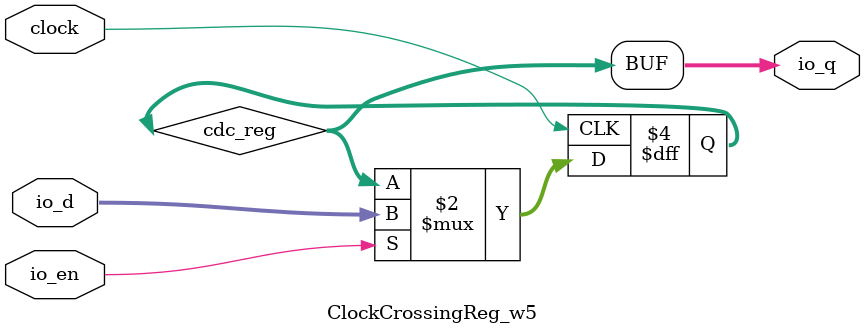
<source format=sv>
`ifndef RANDOMIZE
  `ifdef RANDOMIZE_REG_INIT
    `define RANDOMIZE
  `endif // RANDOMIZE_REG_INIT
`endif // not def RANDOMIZE
`ifndef RANDOMIZE
  `ifdef RANDOMIZE_MEM_INIT
    `define RANDOMIZE
  `endif // RANDOMIZE_MEM_INIT
`endif // not def RANDOMIZE

`ifndef RANDOM
  `define RANDOM $random
`endif // not def RANDOM

// Users can define 'PRINTF_COND' to add an extra gate to prints.
`ifndef PRINTF_COND_
  `ifdef PRINTF_COND
    `define PRINTF_COND_ (`PRINTF_COND)
  `else  // PRINTF_COND
    `define PRINTF_COND_ 1
  `endif // PRINTF_COND
`endif // not def PRINTF_COND_

// Users can define 'ASSERT_VERBOSE_COND' to add an extra gate to assert error printing.
`ifndef ASSERT_VERBOSE_COND_
  `ifdef ASSERT_VERBOSE_COND
    `define ASSERT_VERBOSE_COND_ (`ASSERT_VERBOSE_COND)
  `else  // ASSERT_VERBOSE_COND
    `define ASSERT_VERBOSE_COND_ 1
  `endif // ASSERT_VERBOSE_COND
`endif // not def ASSERT_VERBOSE_COND_

// Users can define 'STOP_COND' to add an extra gate to stop conditions.
`ifndef STOP_COND_
  `ifdef STOP_COND
    `define STOP_COND_ (`STOP_COND)
  `else  // STOP_COND
    `define STOP_COND_ 1
  `endif // STOP_COND
`endif // not def STOP_COND_

// Users can define INIT_RANDOM as general code that gets injected into the
// initializer block for modules with registers.
`ifndef INIT_RANDOM
  `define INIT_RANDOM
`endif // not def INIT_RANDOM

// If using random initialization, you can also define RANDOMIZE_DELAY to
// customize the delay used, otherwise 0.002 is used.
`ifndef RANDOMIZE_DELAY
  `define RANDOMIZE_DELAY 0.002
`endif // not def RANDOMIZE_DELAY

// Define INIT_RANDOM_PROLOG_ for use in our modules below.
`ifndef INIT_RANDOM_PROLOG_
  `ifdef RANDOMIZE
    `ifdef VERILATOR
      `define INIT_RANDOM_PROLOG_ `INIT_RANDOM
    `else  // VERILATOR
      `define INIT_RANDOM_PROLOG_ `INIT_RANDOM #`RANDOMIZE_DELAY begin end
    `endif // VERILATOR
  `else  // RANDOMIZE
    `define INIT_RANDOM_PROLOG_
  `endif // RANDOMIZE
`endif // not def INIT_RANDOM_PROLOG_

module ClockCrossingReg_w5(
  input        clock,
  input  [4:0] io_d,
  input        io_en,
  output [4:0] io_q
);

  reg [4:0] cdc_reg;	// @[Reg.scala:19:16]
  always @(posedge clock) begin
    if (io_en)
      cdc_reg <= io_d;	// @[Reg.scala:19:16]
  end // always @(posedge)
  `ifndef SYNTHESIS
    `ifdef FIRRTL_BEFORE_INITIAL
      `FIRRTL_BEFORE_INITIAL
    `endif // FIRRTL_BEFORE_INITIAL
    logic [31:0] _RANDOM_0;
    initial begin
      `ifdef INIT_RANDOM_PROLOG_
        `INIT_RANDOM_PROLOG_
      `endif // INIT_RANDOM_PROLOG_
      `ifdef RANDOMIZE_REG_INIT
        _RANDOM_0 = `RANDOM;
        cdc_reg = _RANDOM_0[4:0];	// @[Reg.scala:19:16]
      `endif // RANDOMIZE_REG_INIT
    end // initial
    `ifdef FIRRTL_AFTER_INITIAL
      `FIRRTL_AFTER_INITIAL
    `endif // FIRRTL_AFTER_INITIAL
  `endif // not def SYNTHESIS
  assign io_q = cdc_reg;	// @[Reg.scala:19:16]
endmodule


</source>
